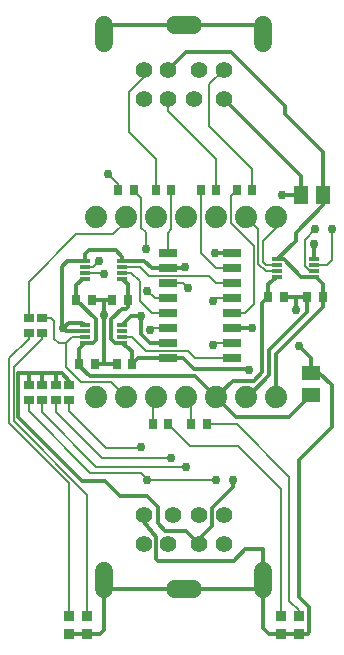
<source format=gbr>
G04 EAGLE Gerber RS-274X export*
G75*
%MOMM*%
%FSLAX34Y34*%
%LPD*%
%INTop Copper*%
%IPPOS*%
%AMOC8*
5,1,8,0,0,1.08239X$1,22.5*%
G01*
%ADD10C,1.408000*%
%ADD11C,1.500000*%
%ADD12R,0.850000X0.300000*%
%ADD13R,0.900000X0.700000*%
%ADD14R,0.700000X0.900000*%
%ADD15R,1.525000X0.650000*%
%ADD16R,1.300000X1.500000*%
%ADD17R,0.950000X0.900000*%
%ADD18C,1.879600*%
%ADD19R,1.500000X1.300000*%
%ADD20C,0.304800*%
%ADD21C,0.762000*%
%ADD22C,0.152400*%


D10*
X193848Y86310D03*
X167848Y86310D03*
X214848Y86310D03*
X193848Y111310D03*
X146848Y86310D03*
X214848Y111310D03*
X171848Y111310D03*
X146848Y111310D03*
D11*
X173348Y48310D02*
X188348Y48310D01*
X248348Y48810D02*
X248348Y63810D01*
X113348Y63810D02*
X113348Y48810D01*
D12*
X291340Y312540D03*
X291340Y317540D03*
X291340Y322540D03*
X291340Y327540D03*
X259840Y327540D03*
X259840Y322540D03*
X259840Y317540D03*
X259840Y312540D03*
D13*
X60960Y278280D03*
X60960Y265280D03*
D10*
X167848Y488238D03*
X193848Y488238D03*
X146848Y488238D03*
X167848Y463238D03*
X214848Y488238D03*
X146848Y463238D03*
X189848Y463238D03*
X214848Y463238D03*
D11*
X188348Y526238D02*
X173348Y526238D01*
X113348Y525738D02*
X113348Y510738D01*
X248348Y510738D02*
X248348Y525738D01*
D12*
X128780Y256660D03*
X128780Y261660D03*
X128780Y266660D03*
X128780Y271660D03*
X97280Y271660D03*
X97280Y266660D03*
X97280Y261660D03*
X97280Y256660D03*
D14*
X187302Y187960D03*
X200302Y187960D03*
X298600Y295910D03*
X285600Y295910D03*
X252580Y295910D03*
X265580Y295910D03*
X137310Y238760D03*
X124310Y238760D03*
X92560Y238760D03*
X105560Y238760D03*
X154536Y187960D03*
X167536Y187960D03*
D15*
X221430Y243840D03*
X221430Y256540D03*
X221430Y269240D03*
X221430Y281940D03*
X221430Y294640D03*
X221430Y307340D03*
X221430Y320040D03*
X221430Y332740D03*
X167190Y332740D03*
X167190Y320040D03*
X167190Y307340D03*
X167190Y294640D03*
X167190Y281940D03*
X167190Y269240D03*
X167190Y256540D03*
X167190Y243840D03*
D14*
X170330Y386080D03*
X157330Y386080D03*
X138580Y386080D03*
X125580Y386080D03*
X195430Y386080D03*
X208430Y386080D03*
X225910Y386080D03*
X238910Y386080D03*
D13*
X49530Y221130D03*
X49530Y208130D03*
X60960Y221130D03*
X60960Y208130D03*
X72390Y221130D03*
X72390Y208130D03*
X83820Y221130D03*
X83820Y208130D03*
D12*
X128780Y311270D03*
X128780Y316270D03*
X128780Y321270D03*
X128780Y326270D03*
X97280Y326270D03*
X97280Y321270D03*
X97280Y316270D03*
X97280Y311270D03*
D14*
X133500Y293370D03*
X120500Y293370D03*
X90020Y293370D03*
X103020Y293370D03*
D16*
X299060Y382270D03*
X280060Y382270D03*
D17*
X99060Y10280D03*
X99060Y25280D03*
X278130Y10280D03*
X278130Y25280D03*
X262890Y10280D03*
X262890Y25280D03*
D18*
X106680Y363220D03*
X132080Y363220D03*
X157480Y363220D03*
X182880Y363220D03*
X208280Y363220D03*
X233680Y363220D03*
X259080Y363220D03*
X106680Y210820D03*
X132080Y210820D03*
X157480Y210820D03*
X182880Y210820D03*
X208280Y210820D03*
X233680Y210820D03*
X259080Y210820D03*
D13*
X49530Y278280D03*
X49530Y265280D03*
D19*
X288290Y212750D03*
X288290Y231750D03*
D17*
X83820Y10280D03*
X83820Y25280D03*
D20*
X232918Y81915D02*
X248158Y81915D01*
X157480Y92083D02*
X146848Y104960D01*
X146848Y111310D01*
X223393Y72390D02*
X232918Y81915D01*
X248158Y56500D02*
X248348Y56310D01*
X248158Y56500D02*
X248158Y81915D01*
X121348Y48310D02*
X113348Y56310D01*
X121348Y48310D02*
X180848Y48310D01*
X240348Y48310D01*
X248348Y56310D01*
X113348Y518238D02*
X121398Y526288D01*
X180798Y526288D02*
X180848Y526238D01*
X180798Y526288D02*
X121398Y526288D01*
X240348Y526238D02*
X248348Y518238D01*
X240348Y526238D02*
X180848Y526238D01*
X113348Y56310D02*
X113348Y14034D01*
X109841Y10527D02*
X109594Y10534D01*
X99060Y10280D01*
X109841Y10527D02*
X113348Y14034D01*
X248158Y15494D02*
X248158Y56500D01*
X113030Y238760D02*
X105560Y238760D01*
X113030Y238760D02*
X124310Y238760D01*
X113030Y238760D02*
X113030Y280670D01*
X113030Y293370D01*
X120500Y293370D01*
X113030Y293370D02*
X103020Y293370D01*
X153670Y320040D02*
X167190Y320040D01*
X233680Y210820D02*
X234950Y210820D01*
X253365Y229235D01*
X285600Y283210D02*
X285600Y295910D01*
X275590Y295910D02*
X265580Y295910D01*
X275590Y295910D02*
X285600Y295910D01*
D21*
X78740Y269240D03*
X113030Y280670D03*
X144780Y279400D03*
D20*
X83410Y273910D02*
X78740Y269240D01*
D21*
X238760Y269240D03*
X275590Y284480D03*
D20*
X275590Y295910D01*
X238760Y269240D02*
X221430Y269240D01*
X144780Y264160D02*
X144780Y279400D01*
X144780Y264160D02*
X152400Y256540D01*
X167190Y256540D01*
X180340Y320040D02*
X181610Y321310D01*
D21*
X181610Y321310D03*
X207010Y332740D03*
D20*
X221430Y332740D01*
X180340Y320040D02*
X167190Y320040D01*
X280060Y382270D02*
X280060Y398026D01*
X214848Y463238D01*
D21*
X264160Y382270D03*
D20*
X280060Y382270D01*
X253365Y250975D02*
X253365Y229235D01*
X253365Y250975D02*
X285600Y283210D01*
X248158Y15494D02*
X253372Y10280D01*
X262890Y10280D01*
X278130Y10280D01*
X285750Y10280D02*
X287100Y11630D01*
X285750Y10280D02*
X278130Y10280D01*
X157480Y73660D02*
X157480Y92083D01*
X157480Y73660D02*
X158750Y72390D01*
X223393Y72390D01*
X77470Y270510D02*
X77470Y321310D01*
X77470Y270510D02*
X78740Y269240D01*
D21*
X290830Y340360D03*
D20*
X306070Y220980D02*
X306070Y185420D01*
X306070Y220980D02*
X295300Y231750D01*
X288290Y231750D01*
X287100Y33020D02*
X287100Y11630D01*
X99060Y10280D02*
X83820Y10280D01*
D21*
X278130Y254000D03*
D20*
X288290Y243840D01*
X288290Y231750D01*
X278210Y41910D02*
X287100Y33020D01*
X278210Y41910D02*
X278130Y41910D01*
X278130Y157480D01*
X306070Y185420D01*
X82430Y326270D02*
X77470Y321310D01*
X82430Y326270D02*
X97280Y326270D01*
X95030Y273910D02*
X83410Y273910D01*
X95030Y273910D02*
X97280Y271660D01*
X128780Y271660D02*
X136520Y279400D01*
X144780Y279400D01*
X153670Y320040D02*
X147440Y326270D01*
X128780Y326270D01*
X291340Y327540D02*
X291340Y339850D01*
X290830Y340360D01*
X97280Y332230D02*
X97280Y326270D01*
X97280Y332230D02*
X100330Y335280D01*
X123190Y335280D01*
X128780Y329690D01*
X128780Y326270D01*
X97280Y266660D02*
X81320Y266660D01*
X78740Y269240D01*
D21*
X152400Y267970D03*
D22*
X153670Y269240D01*
X167190Y269240D01*
D21*
X144780Y168402D03*
D22*
X144526Y168148D01*
X114912Y168148D01*
X83820Y199240D01*
X83820Y208130D01*
D21*
X292100Y353060D03*
D22*
X283210Y344170D01*
X283210Y321687D01*
X287357Y317540D01*
X291340Y317540D01*
D21*
X306070Y353060D03*
D22*
X306520Y327100D02*
X302765Y323345D01*
X302710Y323290D01*
X306520Y327100D02*
X306520Y352610D01*
X306070Y353060D01*
X302710Y323290D02*
X301960Y322540D01*
X291340Y322540D01*
X81280Y256540D02*
X81280Y236220D01*
X93726Y223774D01*
X119126Y223774D01*
X132080Y210820D01*
X81280Y256540D02*
X74930Y256540D01*
X71120Y260350D01*
X68430Y278280D02*
X60960Y278280D01*
X71120Y275590D02*
X71120Y260350D01*
X71120Y275590D02*
X68430Y278280D01*
X86400Y261660D02*
X97280Y261660D01*
X86400Y261660D02*
X81280Y256540D01*
D20*
X90020Y293370D02*
X90020Y305510D01*
X190500Y228600D02*
X208280Y210820D01*
X92560Y237640D02*
X92560Y238760D01*
X101600Y228600D02*
X190500Y228600D01*
X101600Y228600D02*
X92560Y237640D01*
X252580Y295910D02*
X252580Y306780D01*
X259840Y312540D01*
X222250Y224790D02*
X208280Y210820D01*
X222250Y224790D02*
X240030Y224790D01*
X247500Y232260D01*
X247500Y290830D02*
X252580Y295910D01*
X247500Y290830D02*
X247500Y232260D01*
X224790Y194310D02*
X208280Y210820D01*
X269850Y194310D02*
X288290Y212750D01*
X269850Y194310D02*
X224790Y194310D01*
X92560Y238760D02*
X92200Y239120D01*
X92200Y251580D01*
X97280Y256660D01*
X104260Y256660D01*
X106680Y259080D01*
X106680Y276710D01*
X90020Y293370D01*
X90020Y305510D02*
X95780Y311270D01*
X97280Y311270D01*
D22*
X154536Y207876D02*
X154536Y187960D01*
X154536Y207876D02*
X157480Y210820D01*
X187302Y206398D02*
X187302Y187960D01*
X187302Y206398D02*
X182880Y210820D01*
D21*
X184150Y303530D03*
D22*
X180340Y307340D01*
X167190Y307340D01*
D21*
X170434Y159004D03*
D22*
X72390Y197970D02*
X72390Y208130D01*
X72390Y197970D02*
X111356Y159004D01*
X170434Y159004D01*
D20*
X137310Y249630D02*
X128780Y256660D01*
X137310Y249630D02*
X137310Y238760D01*
X142390Y243840D01*
X167190Y243840D01*
X180340Y243840D01*
X189230Y234950D01*
X259080Y247650D02*
X259080Y210820D01*
X259080Y247650D02*
X298600Y287170D01*
X298600Y295910D01*
X298600Y306780D01*
D21*
X236220Y233680D03*
D20*
X234950Y234950D02*
X189230Y234950D01*
X234950Y234950D02*
X236220Y233680D01*
X167848Y488238D02*
X182530Y502920D01*
X220980Y502920D01*
X266700Y457200D01*
X299060Y418490D02*
X299060Y382270D01*
X266700Y450850D02*
X266700Y457200D01*
X266700Y450850D02*
X299060Y418490D01*
X299060Y382270D02*
X299060Y373380D01*
X275590Y349910D01*
X275590Y343290D01*
X193848Y90978D02*
X193848Y86310D01*
X204760Y101890D02*
X204760Y117130D01*
X222250Y134620D02*
X222250Y140970D01*
X222250Y134620D02*
X204760Y117130D01*
D21*
X222250Y140970D03*
D20*
X204760Y101890D02*
X193848Y90978D01*
X193848Y86310D02*
X182368Y97790D01*
X158750Y104140D02*
X158750Y118110D01*
X149860Y127000D01*
X127000Y127000D01*
X165100Y97790D02*
X182368Y97790D01*
X165100Y97790D02*
X158750Y104140D01*
X114046Y139954D02*
X94996Y139954D01*
X40640Y194310D01*
X40640Y231140D02*
X49530Y231140D01*
X60960Y231140D01*
X72390Y231140D01*
X77470Y231140D01*
X83820Y224790D01*
X83820Y221130D01*
X114046Y139954D02*
X127000Y127000D01*
X40640Y194310D02*
X40640Y231140D01*
X72390Y231140D02*
X72390Y221130D01*
X60960Y221130D02*
X60960Y231140D01*
X49530Y231140D02*
X49530Y221130D01*
X123070Y256660D02*
X128780Y256660D01*
X123070Y256660D02*
X119380Y260350D01*
X119380Y276710D01*
X259840Y327540D02*
X275590Y343290D01*
X265550Y327540D02*
X259840Y327540D01*
X280550Y312540D02*
X291340Y312540D01*
X280550Y312540D02*
X265550Y327540D01*
X292840Y312540D02*
X298600Y306780D01*
X292840Y312540D02*
X291340Y312540D01*
X133500Y306550D02*
X128780Y311270D01*
X128420Y285750D02*
X119380Y276710D01*
X128420Y285750D02*
X132080Y285750D01*
X133500Y287170D01*
X133500Y293370D01*
X133500Y306550D01*
D21*
X205740Y292100D03*
D22*
X208280Y294640D01*
X221430Y294640D01*
D21*
X182372Y151892D03*
D22*
X60960Y197970D02*
X60960Y208130D01*
X60960Y197970D02*
X106784Y152146D01*
X182118Y152146D02*
X182372Y151892D01*
X182118Y152146D02*
X106784Y152146D01*
X190500Y243840D02*
X184150Y250190D01*
X190500Y243840D02*
X221430Y243840D01*
X184150Y250190D02*
X148590Y250190D01*
X137120Y261660D02*
X128780Y261660D01*
X137120Y261660D02*
X148590Y250190D01*
X202438Y475828D02*
X214848Y488238D01*
X202438Y475828D02*
X202438Y440182D01*
X238910Y403710D02*
X238910Y386080D01*
X238910Y403710D02*
X202438Y440182D01*
X167848Y453182D02*
X167848Y463238D01*
X208430Y412600D02*
X208430Y386080D01*
X208430Y412600D02*
X167848Y453182D01*
X134620Y469660D02*
X134620Y435610D01*
X146848Y481888D02*
X146848Y488238D01*
X146848Y481888D02*
X134620Y469660D01*
X157330Y412900D02*
X157330Y386080D01*
X157330Y412900D02*
X134620Y435610D01*
D21*
X208280Y140970D03*
X205740Y255270D03*
D22*
X207010Y256540D01*
X221430Y256540D01*
D21*
X149860Y140970D03*
D22*
X151130Y140970D02*
X208280Y140970D01*
X151130Y140970D02*
X149860Y140970D01*
X49530Y199240D02*
X49530Y208130D01*
X49530Y199240D02*
X101704Y147066D01*
X145034Y147066D02*
X151130Y140970D01*
X145034Y147066D02*
X101704Y147066D01*
X156210Y294640D02*
X167190Y294640D01*
X156210Y294640D02*
X149860Y300990D01*
D21*
X149860Y300990D03*
X148590Y336550D03*
D22*
X148590Y350520D02*
X144780Y354330D01*
X144780Y379880D02*
X138580Y386080D01*
X148590Y350520D02*
X148590Y336550D01*
X144780Y354330D02*
X144780Y379880D01*
X221430Y281940D02*
X232410Y281940D01*
X240030Y289560D01*
X240030Y339090D02*
X220980Y358140D01*
X240030Y339090D02*
X240030Y289560D01*
X220980Y358140D02*
X220980Y381150D01*
X225910Y386080D01*
X221430Y320040D02*
X208280Y320040D01*
X195430Y332890D02*
X195430Y386080D01*
X195430Y332890D02*
X208280Y320040D01*
D21*
X116840Y400050D03*
D22*
X125580Y391310D02*
X125580Y386080D01*
X125580Y391310D02*
X116840Y400050D01*
X167190Y350070D02*
X167190Y332740D01*
X170330Y353210D02*
X170330Y386080D01*
X170330Y353210D02*
X167190Y350070D01*
X167536Y187960D02*
X186332Y169164D01*
X262890Y133350D02*
X262890Y25280D01*
X227076Y169164D02*
X186332Y169164D01*
X227076Y169164D02*
X262890Y133350D01*
X167190Y281940D02*
X153670Y281940D01*
X143510Y292100D02*
X143510Y309023D01*
X143510Y292100D02*
X153670Y281940D01*
X136263Y316270D02*
X128780Y316270D01*
X136263Y316270D02*
X143510Y309023D01*
X200302Y187960D02*
X225806Y187960D01*
X270130Y143636D01*
X270130Y38280D01*
X278130Y30280D01*
X278130Y25280D01*
X60960Y260350D02*
X60960Y265280D01*
X60960Y260350D02*
X36830Y236220D01*
X99060Y128270D02*
X99060Y25280D01*
X36830Y190500D02*
X36830Y236220D01*
X36830Y190500D02*
X99060Y128270D01*
X247650Y342900D02*
X259080Y354330D01*
X259080Y363220D01*
X247650Y342900D02*
X247650Y325120D01*
X250230Y322540D02*
X259840Y322540D01*
X250230Y322540D02*
X247650Y325120D01*
X132080Y359410D02*
X121285Y348615D01*
X132080Y359410D02*
X132080Y363220D01*
X121285Y348615D02*
X89535Y348615D01*
X49530Y308610D02*
X49530Y278280D01*
X49530Y308610D02*
X89535Y348615D01*
D21*
X113146Y314844D03*
D22*
X111720Y316270D02*
X97280Y316270D01*
X111720Y316270D02*
X113146Y314844D01*
D21*
X109220Y326390D03*
D22*
X104100Y321270D02*
X97280Y321270D01*
X104100Y321270D02*
X109220Y326390D01*
X201930Y313690D02*
X208280Y307340D01*
X221430Y307340D01*
X151130Y313690D02*
X145415Y319405D01*
X151130Y313690D02*
X201930Y313690D01*
X143550Y321270D02*
X128780Y321270D01*
X143550Y321270D02*
X145415Y319405D01*
X233680Y363220D02*
X243840Y353060D01*
X243840Y323850D01*
X250190Y317500D01*
X259800Y317500D01*
X259840Y317540D01*
X49530Y265280D02*
X49530Y260350D01*
X33020Y243840D01*
X33020Y189230D01*
X83820Y138430D01*
X83820Y25280D01*
M02*

</source>
